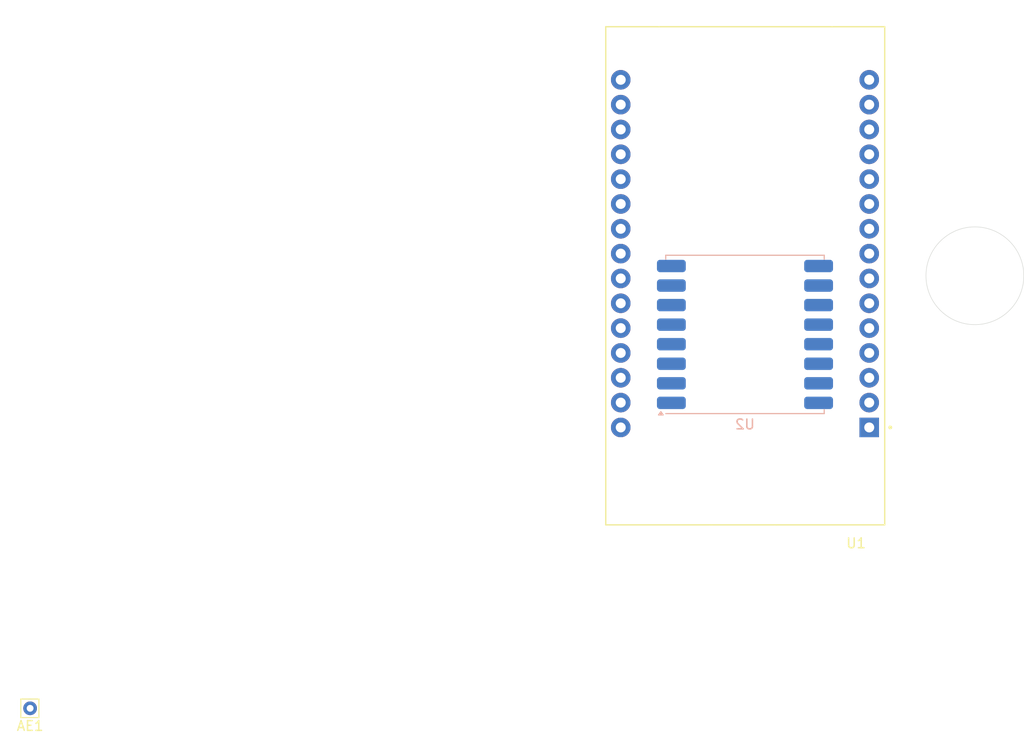
<source format=kicad_pcb>
(kicad_pcb (version 20240108) (generator "pcbnew") (generator_version "8.0")
  (layers (0 "F.Cu" signal) (31 "B.Cu" signal) (34 "B.Paste" user) (35 "F.Paste" user) (36 "B.SilkS" user "B.Silkscreen") (37 "F.SilkS" user "F.Silkscreen") (38 "B.Mask" user) (39 "F.Mask" user) (44 "Edge.Cuts" user))
  (net 0 "")
  (net 1 "Net-(AE1-A)")
  (net 2 "TX_CO2")
  (net 4 "+3V3")
  (net 8 "UV_OUT")
  (net 10 "RX_GPS")
  (net 11 "TX_GPS")
  (net 13 "MOTOR_3")
  (net 14 "RX_CO2")
  (net 15 "MOSI")
  (net 16 "DIO0")
  (net 17 "GND")
  (net 18 "MOTOR_2")
  (net 19 "SS")
  (net 21 "SDA")
  (net 22 "MOTOR_5")
  (net 23 "SCL")
  (net 24 "RST")
  (net 25 "MOTOR_4")
  (net 26 "MISO")
  (net 27 "SCK")
  (net 28 "MOTOR_6")
  (net 30 "MOTOR_1")
  (footprint "Connector_Pin:Pin_D0.7mm_L6.5mm_W1.8mm_FlatFork" (layer "F.Cu") (at 88.425 129.245)
    (property "Reference" "AE1" (at 0 1.8 0) (layer "F.SilkS"))
    (property "Value" "Antenna")
    (fp_line (start -0.95 -0.95) (end -0.95 0.95) (stroke (width 0.12)) (layer "F.SilkS"))
    (fp_line (start -0.95 0.95) (end 0.9 0.95) (stroke (width 0.12)) (layer "F.SilkS"))
    (fp_line (start 0.9 -0.95) (end -0.95 -0.95) (stroke (width 0.12)) (layer "F.SilkS"))
    (fp_line (start 0.9 -0.9) (end 0.9 -0.95) (stroke (width 0.12)) (layer "F.SilkS"))
    (fp_line (start 0.9 0.95) (end 0.9 -0.9) (stroke (width 0.12)) (layer "F.SilkS"))
    (pad "1" thru_hole circle (at 0 0) (size 1.4 1.4) (drill 0.7) (layers "*.Cu" "*.Mask") (net 1 "Net-(AE1-A)"))
  )
  (footprint "Libiac_lib:MODULE_ESP32_DEVKIT_V1" (layer "F.Cu") (at 161.5 85 180)
    (property "Reference" "U1" (at -11.355 -27.36 360) (layer "F.SilkS"))
    (property "Value" "ESP32-DEVKIT-V1")
    (fp_line (start 14.23 25.475) (end -14.28 25.475) (stroke (width 0.127)) (layer "F.SilkS"))
    (fp_line (start 14.23 -25.475) (end 14.23 25.475) (stroke (width 0.127)) (layer "F.SilkS"))
    (fp_line (start 14.23 -25.475) (end 14.23 25.475) (stroke (width 0.127)) (layer "F.SilkS"))
    (fp_line (start 8.78 25.475) (end 14.23 25.475) (stroke (width 0.127)) (layer "F.SilkS"))
    (fp_line (start 3.5 -25.475) (end 14.23 -25.475) (stroke (width 0.127)) (layer "F.SilkS"))
    (fp_line (start -3.211 -25.475) (end 3.5 -25.475) (stroke (width 0.127)) (layer "F.SilkS"))
    (fp_line (start -8.91 25.475) (end 8.78 25.475) (stroke (width 0.127)) (layer "F.SilkS"))
    (fp_line (start -14.28 25.475) (end -8.91 25.475) (stroke (width 0.127)) (layer "F.SilkS"))
    (fp_line (start -14.28 25.475) (end -14.28 -25.475) (stroke (width 0.127)) (layer "F.SilkS"))
    (fp_line (start -14.28 25.475) (end -14.28 -25.475) (stroke (width 0.127)) (layer "F.SilkS"))
    (fp_line (start -14.28 -25.475) (end 14.23 -25.475) (stroke (width 0.127)) (layer "F.SilkS"))
    (fp_line (start -14.28 -25.475) (end -3.211 -25.475) (stroke (width 0.127)) (layer "F.SilkS"))
    (fp_circle (center -14.85 -15.515) (end -14.75 -15.515) (stroke (width 0.2)) (fill none) (layer "F.SilkS"))
    (pad "" np_thru_hole circle (at -12.28 -23.475 180) (size 3 3) (drill 3) (layers "*.Cu" "*.Mask"))
    (pad "" np_thru_hole circle (at -12.28 23.475 180) (size 3 3) (drill 3) (layers "*.Cu" "*.Mask"))
    (pad "" np_thru_hole circle (at 12.23 -23.475 180) (size 3 3) (drill 3) (layers "*.Cu" "*.Mask"))
    (pad "" np_thru_hole circle (at 12.23 23.475 180) (size 3 3) (drill 3) (layers "*.Cu" "*.Mask"))
    (pad "1" thru_hole rect (at -12.7 -15.515 180) (size 2 2) (drill 1.02) (layers "*.Cu" "*.Mask") (net 4 "+3V3"))
    (pad "2" thru_hole circle (at -12.7 -12.975 180) (size 2 2) (drill 1.02) (layers "*.Cu" "*.Mask") (net 17 "GND"))
    (pad "3" thru_hole circle (at -12.7 -10.435 180) (size 2 2) (drill 1.02) (layers "*.Cu" "*.Mask") (net 19 "SS"))
    (pad "4" thru_hole circle (at -12.7 -7.895 180) (size 2 2) (drill 1.02) (layers "*.Cu" "*.Mask") (net 22 "MOTOR_5"))
    (pad "5" thru_hole circle (at -12.7 -5.355 180) (size 2 2) (drill 1.02) (layers "*.Cu" "*.Mask") (net 25 "MOTOR_4"))
    (pad "6" thru_hole circle (at -12.7 -2.815 180) (size 2 2) (drill 1.02) (layers "*.Cu" "*.Mask") (net 11 "TX_GPS"))
    (pad "7" thru_hole circle (at -12.7 -0.275 180) (size 2 2) (drill 1.02) (layers "*.Cu" "*.Mask") (net 10 "RX_GPS"))
    (pad "8" thru_hole circle (at -12.7 2.265 180) (size 2 2) (drill 1.02) (layers "*.Cu" "*.Mask") (net 13 "MOTOR_3"))
    (pad "9" thru_hole circle (at -12.7 4.805 180) (size 2 2) (drill 1.02) (layers "*.Cu" "*.Mask") (net 18 "MOTOR_2"))
    (pad "10" thru_hole circle (at -12.7 7.345 180) (size 2 2) (drill 1.02) (layers "*.Cu" "*.Mask") (net 30 "MOTOR_1"))
    (pad "11" thru_hole circle (at -12.7 9.885 180) (size 2 2) (drill 1.02) (layers "*.Cu" "*.Mask") (net 21 "SDA"))
    (pad "12" thru_hole circle (at -12.7 12.425 180) (size 2 2) (drill 1.02) (layers "*.Cu" "*.Mask") (net 2 "TX_CO2"))
    (pad "13" thru_hole circle (at -12.7 14.965 180) (size 2 2) (drill 1.02) (layers "*.Cu" "*.Mask") (net 14 "RX_CO2"))
    (pad "14" thru_hole circle (at -12.7 17.505 180) (size 2 2) (drill 1.02) (layers "*.Cu" "*.Mask") (net 23 "SCL"))
    (pad "15" thru_hole circle (at -12.7 20.045 180) (size 2 2) (drill 1.02) (layers "*.Cu" "*.Mask"))
    (pad "16" thru_hole circle (at 12.7 20.045 180) (size 2 2) (drill 1.02) (layers "*.Cu" "*.Mask"))
    (pad "17" thru_hole circle (at 12.7 17.505 180) (size 2 2) (drill 1.02) (layers "*.Cu" "*.Mask"))
    (pad "18" thru_hole circle (at 12.7 14.965 180) (size 2 2) (drill 1.02) (layers "*.Cu" "*.Mask"))
    (pad "19" thru_hole circle (at 12.7 12.425 180) (size 2 2) (drill 1.02) (layers "*.Cu" "*.Mask"))
    (pad "20" thru_hole circle (at 12.7 9.885 180) (size 2 2) (drill 1.02) (layers "*.Cu" "*.Mask"))
    (pad "21" thru_hole circle (at 12.7 7.345 180) (size 2 2) (drill 1.02) (layers "*.Cu" "*.Mask") (net 8 "UV_OUT"))
    (pad "22" thru_hole circle (at 12.7 4.805 180) (size 2 2) (drill 1.02) (layers "*.Cu" "*.Mask"))
    (pad "23" thru_hole circle (at 12.7 2.265 180) (size 2 2) (drill 1.02) (layers "*.Cu" "*.Mask") (net 28 "MOTOR_6"))
    (pad "24" thru_hole circle (at 12.7 -0.275 180) (size 2 2) (drill 1.02) (layers "*.Cu" "*.Mask") (net 16 "DIO0"))
    (pad "25" thru_hole circle (at 12.7 -2.815 180) (size 2 2) (drill 1.02) (layers "*.Cu" "*.Mask") (net 24 "RST"))
    (pad "26" thru_hole circle (at 12.7 -5.355 180) (size 2 2) (drill 1.02) (layers "*.Cu" "*.Mask") (net 27 "SCK"))
    (pad "27" thru_hole circle (at 12.7 -7.895 180) (size 2 2) (drill 1.02) (layers "*.Cu" "*.Mask") (net 26 "MISO"))
    (pad "28" thru_hole circle (at 12.7 -10.435 180) (size 2 2) (drill 1.02) (layers "*.Cu" "*.Mask") (net 15 "MOSI"))
    (pad "29" thru_hole circle (at 12.7 -12.975 180) (size 2 2) (drill 1.02) (layers "*.Cu" "*.Mask") (net 17 "GND"))
    (pad "30" thru_hole circle (at 12.7 -15.515 180) (size 2 2) (drill 1.02) (layers "*.Cu" "*.Mask"))
  )
  (footprint "RF_Module:HOPERF_RFM9XW_SMD" (layer "B.Cu") (at 161.5 91)
    (property "Reference" "U2" (at 0 9.2 360) (layer "B.SilkS") (effects (justify mirror)))
    (property "Value" "RFM96W")
    (fp_line (start -8.1 -8.1) (end -8.1 -7.7) (stroke (width 0.12)) (layer "B.SilkS"))
    (fp_line (start 8.1 -8.1) (end -8.1 -8.1) (stroke (width 0.12)) (layer "B.SilkS"))
    (fp_line (start 8.1 -7.7) (end 8.1 -8.1) (stroke (width 0.12)) (layer "B.SilkS"))
    (fp_line (start 8.1 7.7) (end 8.1 8.1) (stroke (width 0.12)) (layer "B.SilkS"))
    (fp_line (start 8.1 8.1) (end -8.1 8.1) (stroke (width 0.12)) (layer "B.SilkS"))
    (fp_poly (pts (xy -8.6 7.9) (xy -8.84 8.236) (xy -8.36 8.236) (xy -8.6 7.9)) (stroke (width 0.12)) (fill solid) (layer "B.SilkS"))
    (pad "1" smd roundrect (at -7.525 7) (size 2.95 1.27) (layers "B.Cu" "B.Paste" "B.Mask") (net 17 "GND"))
    (pad "2" smd roundrect (at -7.525 5) (size 2.95 1.27) (layers "B.Cu" "B.Paste" "B.Mask") (net 26 "MISO"))
    (pad "3" smd roundrect (at -7.525 3) (size 2.95 1.27) (layers "B.Cu" "B.Paste" "B.Mask") (net 15 "MOSI"))
    (pad "4" smd roundrect (at -7.525 1) (size 2.95 1.27) (layers "B.Cu" "B.Paste" "B.Mask") (net 27 "SCK"))
    (pad "5" smd roundrect (at -7.525 -1) (size 2.95 1.27) (layers "B.Cu" "B.Paste" "B.Mask") (net 19 "SS"))
    (pad "6" smd roundrect (at -7.525 -3) (size 2.95 1.27) (layers "B.Cu" "B.Paste" "B.Mask") (net 24 "RST"))
    (pad "7" smd roundrect (at -7.525 -5) (size 2.95 1.27) (layers "B.Cu" "B.Paste" "B.Mask"))
    (pad "8" smd roundrect (at -7.525 -7) (size 2.95 1.27) (layers "B.Cu" "B.Paste" "B.Mask") (net 17 "GND"))
    (pad "9" smd roundrect (at 7.525 -7) (size 2.95 1.27) (layers "B.Cu" "B.Paste" "B.Mask") (net 1 "Net-(AE1-A)"))
    (pad "10" smd roundrect (at 7.525 -5) (size 2.95 1.27) (layers "B.Cu" "B.Paste" "B.Mask") (net 17 "GND"))
    (pad "11" smd roundrect (at 7.525 -3) (size 2.95 1.27) (layers "B.Cu" "B.Paste" "B.Mask"))
    (pad "12" smd roundrect (at 7.525 -1) (size 2.95 1.27) (layers "B.Cu" "B.Paste" "B.Mask"))
    (pad "13" smd roundrect (at 7.525 1) (size 2.95 1.27) (layers "B.Cu" "B.Paste" "B.Mask") (net 4 "+3V3"))
    (pad "14" smd roundrect (at 7.525 3) (size 2.95 1.27) (layers "B.Cu" "B.Paste" "B.Mask") (net 16 "DIO0"))
    (pad "15" smd roundrect (at 7.525 5) (size 2.95 1.27) (layers "B.Cu" "B.Paste" "B.Mask"))
    (pad "16" smd roundrect (at 7.525 7) (size 2.95 1.27) (layers "B.Cu" "B.Paste" "B.Mask"))
  )
  (gr_circle (center 185 85) (end 190 85) (stroke (width 0.05)) (fill none) (layer "Edge.Cuts"))
)
</source>
